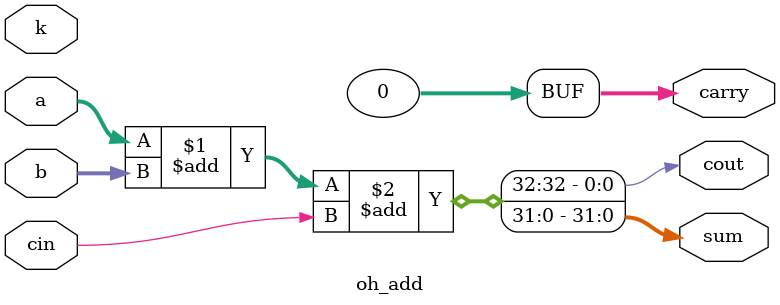
<source format=v>


module oh_add
  #(parameter N    = 32,        // block width
    parameter SYN  = "TRUE",    // synthesizable
    parameter TYPE = "DEFAULT"  // implementation type
    )
   (//inputs
    input [N-1:0]  a, // first operand
    input [N-1:0]  b, // second operand
    input [N-1:0]  k, // carrry kill signal (active high)
    input 	   cin,// carry in
    //outputs
    output [N-1:0] sum,// sum
    output [N-1:0] carry,// complete carry out vector
    output 	   cout// carry out from msb
    );

   generate
      if(SYN == "TRUE")  begin
	 assign {cout,sum[N-1:0]} = a[N-1:0] + b[N-1:0] + cin;
	 //TODO: FIX
	 assign carry = 'b0;
      end
      else begin
	 asic_add #(.TYPE(TYPE),
		    .N(N))
	 asic_add (// Outputs
		   .sum		(sum[N-1:0]),
		   .carry	(carry[N-1:0]),
		   .cout	(cout),
		   // Inputs
		   .a		(a[N-1:0]),
		   .b		(b[N-1:0]),
		   .k		(k[N-1:0]),
		   .cin		(cin));

      end
   endgenerate
endmodule

</source>
